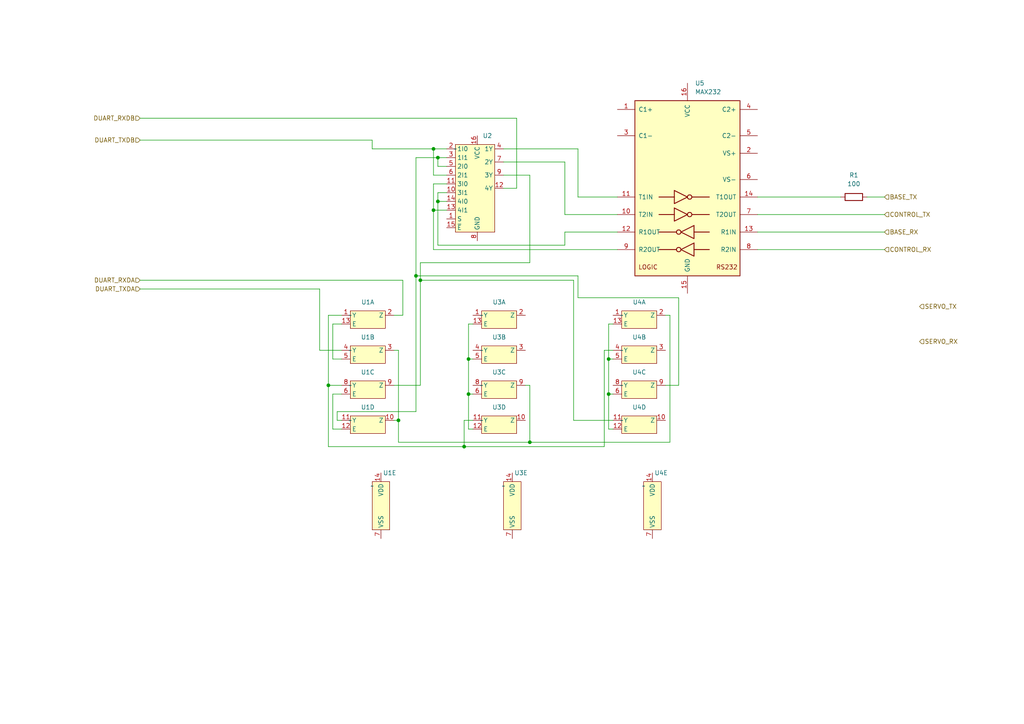
<source format=kicad_sch>
(kicad_sch (version 20231120) (generator "eeschema") (generator_version "8.0")
  (paper "A4")
  (lib_symbols
    (symbol "Device:R" (pin_numbers hide) (pin_names (offset 0))
      (property "Reference" "R" (at 2.032 0 90))
      (property "Value" "R" (at 0 0 90))
      (symbol "R_0_1"
        (rectangle (start -1.016 -2.54) (end 1.016 2.54) (stroke (width 0.254)))
      )
      (symbol "R_1_1"
        (pin passive line (at 0 3.81 270) (length 1.27) (name "~") (number "1"))
        (pin passive line (at 0 -3.81 90) (length 1.27) (name "~") (number "2"))
      )
    )
    (symbol "HEF4066B_1"
      (property "Reference" "U" (at 6.35 -6.35 0))
      (symbol "HEF4066B_1_1_1"
        (rectangle (start 0 1.27) (end 10.16 -3.81) (fill (type background)))
        (pin bidirectional line (at -2.54 0 0) (length 2.54) (name "Y") (number "1"))
        (pin input line (at -2.54 -2.54 0) (length 2.54) (name "E") (number "13"))
        (pin bidirectional line (at 12.7 0 180) (length 2.54) (name "Z") (number "2"))
      )
      (symbol "HEF4066B_1_2_1"
        (rectangle (start 0 1.27) (end 10.16 -3.81) (fill (type background)))
        (pin bidirectional line (at 12.7 0 180) (length 2.54) (name "Z") (number "3"))
        (pin bidirectional line (at -2.54 0 0) (length 2.54) (name "Y") (number "4"))
        (pin input line (at -2.54 -2.54 0) (length 2.54) (name "E") (number "5"))
      )
      (symbol "HEF4066B_1_3_1"
        (rectangle (start 0 1.27) (end 10.16 -3.81) (fill (type background)))
        (pin input line (at -2.54 -2.54 0) (length 2.54) (name "E") (number "6"))
        (pin bidirectional line (at -2.54 0 0) (length 2.54) (name "Y") (number "8"))
        (pin bidirectional line (at 12.7 0 180) (length 2.54) (name "Z") (number "9"))
      )
      (symbol "HEF4066B_1_4_1"
        (rectangle (start 0 1.27) (end 10.16 -3.81) (fill (type background)))
        (pin bidirectional line (at 12.7 0 180) (length 2.54) (name "Z") (number "10"))
        (pin bidirectional line (at -2.54 0 0) (length 2.54) (name "Y") (number "11"))
        (pin input line (at -2.54 -2.54 0) (length 2.54) (name "E") (number "12"))
      )
      (symbol "HEF4066B_1_5_1"
        (rectangle (start 0 1.27) (end 5.08 -12.7) (fill (type background)))
        (pin power_in line (at 2.54 3.81 270) (length 2.54) (name "VDD") (number "14"))
        (pin bidirectional line (at 2.54 -15.24 90) (length 2.54) (name "VSS") (number "7"))
      )
    )
    (symbol "Interface_UART:MAX232" (pin_names (offset 1.016))
      (property "Reference" "U" (at -2.54 28.575 0))
      (property "Value" "MAX232" (at -2.54 26.67 0))
      (symbol "MAX232_0_0"
        (text "LOGIC" (at -11.43 -22.86 0) (effects (font (size 1.27 1.27))))
        (text "RS232" (at 11.43 -22.86 0) (effects (font (size 1.27 1.27))))
      )
      (symbol "MAX232_0_1"
        (rectangle (start -15.24 -25.4) (end 15.24 25.4) (stroke (width 0.254)) (fill (type background)))
        (circle (center -2.54 -17.78) (radius 0.635) (stroke (width 0.254)))
        (circle (center -2.54 -12.7) (radius 0.635) (stroke (width 0.254)))
        (polyline (pts (xy -3.81 -7.62) (xy -8.255 -7.62)) (stroke (width 0.254)))
        (polyline (pts (xy -3.81 -2.54) (xy -8.255 -2.54)) (stroke (width 0.254)))
        (polyline (pts (xy -3.175 -17.78) (xy -8.255 -17.78)) (stroke (width 0.254)))
        (polyline (pts (xy -3.175 -12.7) (xy -8.255 -12.7)) (stroke (width 0.254)))
        (polyline (pts (xy 1.27 -7.62) (xy 6.35 -7.62)) (stroke (width 0.254)))
        (polyline (pts (xy 1.27 -2.54) (xy 6.35 -2.54)) (stroke (width 0.254)))
        (polyline (pts (xy 1.905 -17.78) (xy 6.35 -17.78)) (stroke (width 0.254)))
        (polyline (pts (xy 1.905 -12.7) (xy 6.35 -12.7)) (stroke (width 0.254)))
        (polyline (pts (xy -3.81 -5.715) (xy -3.81 -9.525) (xy 0 -7.62) (xy -3.81 -5.715)) (stroke (width 0.254)))
        (polyline (pts (xy -3.81 -0.635) (xy -3.81 -4.445) (xy 0 -2.54) (xy -3.81 -0.635)) (stroke (width 0.254)))
        (polyline (pts (xy 1.905 -15.875) (xy 1.905 -19.685) (xy -1.905 -17.78) (xy 1.905 -15.875)) (stroke (width 0.254)))
        (polyline (pts (xy 1.905 -10.795) (xy 1.905 -14.605) (xy -1.905 -12.7) (xy 1.905 -10.795)) (stroke (width 0.254)))
        (circle (center 0.635 -7.62) (radius 0.635) (stroke (width 0.254)))
        (circle (center 0.635 -2.54) (radius 0.635) (stroke (width 0.254)))
      )
      (symbol "MAX232_1_1"
        (pin passive line (at -20.32 22.86 0) (length 5.08) (name "C1+") (number "1"))
        (pin input line (at -20.32 -7.62 0) (length 5.08) (name "T2IN") (number "10"))
        (pin input line (at -20.32 -2.54 0) (length 5.08) (name "T1IN") (number "11"))
        (pin output line (at -20.32 -12.7 0) (length 5.08) (name "R1OUT") (number "12"))
        (pin input line (at 20.32 -12.7 180) (length 5.08) (name "R1IN") (number "13"))
        (pin output line (at 20.32 -2.54 180) (length 5.08) (name "T1OUT") (number "14"))
        (pin power_in line (at 0 -30.48 90) (length 5.08) (name "GND") (number "15"))
        (pin power_in line (at 0 30.48 270) (length 5.08) (name "VCC") (number "16"))
        (pin power_out line (at 20.32 10.16 180) (length 5.08) (name "VS+") (number "2"))
        (pin passive line (at -20.32 15.24 0) (length 5.08) (name "C1-") (number "3"))
        (pin passive line (at 20.32 22.86 180) (length 5.08) (name "C2+") (number "4"))
        (pin passive line (at 20.32 15.24 180) (length 5.08) (name "C2-") (number "5"))
        (pin power_out line (at 20.32 2.54 180) (length 5.08) (name "VS-") (number "6"))
        (pin output line (at 20.32 -7.62 180) (length 5.08) (name "T2OUT") (number "7"))
        (pin input line (at 20.32 -17.78 180) (length 5.08) (name "R2IN") (number "8"))
        (pin output line (at -20.32 -17.78 0) (length 5.08) (name "R2OUT") (number "9"))
      )
    )
    (symbol "New_Library:74HC157"
      (property "Reference" "U" (at -1.905 1.905 0))
      (symbol "74HC157_1_1"
        (rectangle (start 0 1.27) (end 11.43 -24.13) (fill (type background)))
        (pin input line (at -2.54 -20.32 0) (length 2.54) (name "S") (number "1"))
        (pin input line (at -2.54 -12.7 0) (length 2.54) (name "3I1") (number "10"))
        (pin input line (at -2.54 -10.16 0) (length 2.54) (name "3I0") (number "11"))
        (pin output line (at 13.97 -11.43 180) (length 2.54) (name "4Y") (number "12"))
        (pin input line (at -2.54 -17.78 0) (length 2.54) (name "4I1") (number "13"))
        (pin input line (at -2.54 -15.24 0) (length 2.54) (name "4I0") (number "14"))
        (pin input line (at -2.54 -22.86 0) (length 2.54) (name "~{E}") (number "15"))
        (pin power_in line (at 6.35 3.81 270) (length 2.54) (name "VCC") (number "16"))
        (pin input line (at -2.54 0 0) (length 2.54) (name "1I0") (number "2"))
        (pin input line (at -2.54 -2.54 0) (length 2.54) (name "1I1") (number "3"))
        (pin output line (at 13.97 0 180) (length 2.54) (name "1Y") (number "4"))
        (pin input line (at -2.54 -5.08 0) (length 2.54) (name "2I0") (number "5"))
        (pin input line (at -2.54 -7.62 0) (length 2.54) (name "2I1") (number "6"))
        (pin output line (at 13.97 -3.81 180) (length 2.54) (name "2Y") (number "7"))
        (pin passive line (at 6.35 -26.67 90) (length 2.54) (name "GND") (number "8"))
        (pin output line (at 13.97 -7.62 180) (length 2.54) (name "3Y") (number "9"))
      )
    )
    (symbol "New_Library:HEF4066B"
      (property "Reference" "U" (at 1.27 2.54 0))
      (symbol "HEF4066B_0_1"
        (rectangle (start 0 1.27) (end 10.16 -3.81) (fill (type background)))
      )
      (symbol "HEF4066B_1_1"
        (pin bidirectional line (at -2.54 0 0) (length 2.54) (name "Y") (number "1"))
        (pin input line (at -2.54 -2.54 0) (length 2.54) (name "E") (number "13"))
        (pin bidirectional line (at 12.7 0 180) (length 2.54) (name "Z") (number "2"))
      )
      (symbol "HEF4066B_2_1"
        (pin bidirectional line (at 12.7 0 180) (length 2.54) (name "Z") (number "3"))
        (pin bidirectional line (at -2.54 0 0) (length 2.54) (name "Y") (number "4"))
        (pin input line (at -2.54 -2.54 0) (length 2.54) (name "E") (number "5"))
      )
      (symbol "HEF4066B_3_1"
        (pin input line (at -2.54 -2.54 0) (length 2.54) (name "E") (number "6"))
        (pin bidirectional line (at -2.54 0 0) (length 2.54) (name "Y") (number "8"))
        (pin bidirectional line (at 12.7 0 180) (length 2.54) (name "Z") (number "9"))
      )
      (symbol "HEF4066B_4_1"
        (pin bidirectional line (at 12.7 0 180) (length 2.54) (name "Z") (number "10"))
        (pin bidirectional line (at -2.54 0 0) (length 2.54) (name "Y") (number "11"))
        (pin input line (at -2.54 -2.54 0) (length 2.54) (name "E") (number "12"))
      )
    )
  )
  (junction (at 127 58.42))
  (junction (at 134.62 129.54))
  (junction (at 115.57 121.92))
  (junction (at 135.89 114.3))
  (junction (at 125.73 60.96))
  (junction (at 176.53 104.14))
  (junction (at 120.65 80.01))
  (junction (at 135.89 104.14))
  (junction (at 127 45.72))
  (junction (at 121.92 81.28))
  (junction (at 176.53 114.3))
  (junction (at 125.73 43.18))
  (junction (at 153.67 128.27))
  (junction (at 95.25 111.76))
  (wire (pts (xy 153.67 111.76) (xy 152.4 111.76)))
  (wire (pts (xy 127 55.88) (xy 127 58.42)))
  (wire (pts (xy 163.83 67.31) (xy 179.07 67.31)))
  (wire (pts (xy 196.85 86.36) (xy 167.64 86.36)))
  (wire (pts (xy 127 45.72) (xy 127 48.26)))
  (wire (pts (xy 114.3 111.76) (xy 121.92 111.76)))
  (wire (pts (xy 176.53 124.46) (xy 176.53 114.3)))
  (wire (pts (xy 177.8 93.98) (xy 176.53 93.98)))
  (wire (pts (xy 120.65 119.38) (xy 97.79 119.38)))
  (wire (pts (xy 137.16 124.46) (xy 135.89 124.46)))
  (wire (pts (xy 135.89 104.14) (xy 137.16 104.14)))
  (wire (pts (xy 125.73 72.39) (xy 179.07 72.39)))
  (wire (pts (xy 115.57 101.6) (xy 115.57 121.92)))
  (wire (pts (xy 176.53 93.98) (xy 176.53 104.14)))
  (wire (pts (xy 175.26 129.54) (xy 134.62 129.54)))
  (wire (pts (xy 176.53 104.14) (xy 177.8 104.14)))
  (wire (pts (xy 107.95 43.18) (xy 125.73 43.18)))
  (wire (pts (xy 99.06 91.44) (xy 95.25 91.44)))
  (wire (pts (xy 129.54 55.88) (xy 127 55.88)))
  (wire (pts (xy 196.85 111.76) (xy 196.85 86.36)))
  (wire (pts (xy 127 58.42) (xy 127 71.12)))
  (wire (pts (xy 115.57 128.27) (xy 153.67 128.27)))
  (wire (pts (xy 120.65 45.72) (xy 120.65 80.01)))
  (wire (pts (xy 40.64 83.82) (xy 92.71 83.82)))
  (wire (pts (xy 40.64 34.29) (xy 149.86 34.29)))
  (wire (pts (xy 219.71 67.31) (xy 256.54 67.31)))
  (wire (pts (xy 193.04 91.44) (xy 194.31 91.44)))
  (wire (pts (xy 120.65 80.01) (xy 120.65 119.38)))
  (wire (pts (xy 177.8 101.6) (xy 175.26 101.6)))
  (wire (pts (xy 95.25 129.54) (xy 134.62 129.54)))
  (wire (pts (xy 163.83 71.12) (xy 163.83 67.31)))
  (wire (pts (xy 125.73 53.34) (xy 125.73 60.96)))
  (wire (pts (xy 149.86 34.29) (xy 149.86 54.61)))
  (wire (pts (xy 125.73 60.96) (xy 125.73 72.39)))
  (wire (pts (xy 129.54 58.42) (xy 127 58.42)))
  (wire (pts (xy 219.71 57.15) (xy 243.84 57.15)))
  (wire (pts (xy 149.86 54.61) (xy 146.05 54.61)))
  (wire (pts (xy 127 45.72) (xy 120.65 45.72)))
  (wire (pts (xy 134.62 121.92) (xy 134.62 129.54)))
  (wire (pts (xy 96.52 104.14) (xy 99.06 104.14)))
  (wire (pts (xy 153.67 50.8) (xy 153.67 76.2)))
  (wire (pts (xy 96.52 124.46) (xy 96.52 114.3)))
  (wire (pts (xy 121.92 81.28) (xy 166.37 81.28)))
  (wire (pts (xy 163.83 62.23) (xy 179.07 62.23)))
  (wire (pts (xy 92.71 101.6) (xy 99.06 101.6)))
  (wire (pts (xy 137.16 114.3) (xy 135.89 114.3)))
  (wire (pts (xy 95.25 111.76) (xy 99.06 111.76)))
  (wire (pts (xy 146.05 46.99) (xy 163.83 46.99)))
  (wire (pts (xy 125.73 43.18) (xy 129.54 43.18)))
  (wire (pts (xy 99.06 93.98) (xy 96.52 93.98)))
  (wire (pts (xy 163.83 46.99) (xy 163.83 62.23)))
  (wire (pts (xy 97.79 121.92) (xy 99.06 121.92)))
  (wire (pts (xy 129.54 60.96) (xy 125.73 60.96)))
  (wire (pts (xy 177.8 121.92) (xy 166.37 121.92)))
  (wire (pts (xy 177.8 124.46) (xy 176.53 124.46)))
  (wire (pts (xy 194.31 128.27) (xy 153.67 128.27)))
  (wire (pts (xy 137.16 93.98) (xy 135.89 93.98)))
  (wire (pts (xy 219.71 72.39) (xy 256.54 72.39)))
  (wire (pts (xy 166.37 121.92) (xy 166.37 81.28)))
  (wire (pts (xy 194.31 91.44) (xy 194.31 128.27)))
  (wire (pts (xy 114.3 101.6) (xy 115.57 101.6)))
  (wire (pts (xy 40.64 81.28) (xy 116.84 81.28)))
  (wire (pts (xy 251.46 57.15) (xy 256.54 57.15)))
  (wire (pts (xy 107.95 40.64) (xy 107.95 43.18)))
  (wire (pts (xy 95.25 129.54) (xy 95.25 111.76)))
  (wire (pts (xy 95.25 91.44) (xy 95.25 111.76)))
  (wire (pts (xy 125.73 43.18) (xy 125.73 50.8)))
  (wire (pts (xy 146.05 43.18) (xy 167.64 43.18)))
  (wire (pts (xy 40.64 40.64) (xy 107.95 40.64)))
  (wire (pts (xy 177.8 114.3) (xy 176.53 114.3)))
  (wire (pts (xy 167.64 80.01) (xy 120.65 80.01)))
  (wire (pts (xy 135.89 104.14) (xy 135.89 114.3)))
  (wire (pts (xy 129.54 45.72) (xy 127 45.72)))
  (wire (pts (xy 115.57 128.27) (xy 115.57 121.92)))
  (wire (pts (xy 121.92 111.76) (xy 121.92 81.28)))
  (wire (pts (xy 135.89 93.98) (xy 135.89 104.14)))
  (wire (pts (xy 92.71 83.82) (xy 92.71 101.6)))
  (wire (pts (xy 176.53 114.3) (xy 176.53 104.14)))
  (wire (pts (xy 193.04 111.76) (xy 196.85 111.76)))
  (wire (pts (xy 129.54 48.26) (xy 127 48.26)))
  (wire (pts (xy 121.92 76.2) (xy 121.92 81.28)))
  (wire (pts (xy 129.54 50.8) (xy 125.73 50.8)))
  (wire (pts (xy 137.16 121.92) (xy 134.62 121.92)))
  (wire (pts (xy 167.64 86.36) (xy 167.64 80.01)))
  (wire (pts (xy 96.52 114.3) (xy 99.06 114.3)))
  (wire (pts (xy 116.84 91.44) (xy 114.3 91.44)))
  (wire (pts (xy 97.79 119.38) (xy 97.79 121.92)))
  (wire (pts (xy 219.71 62.23) (xy 256.54 62.23)))
  (wire (pts (xy 114.3 121.92) (xy 115.57 121.92)))
  (wire (pts (xy 135.89 114.3) (xy 135.89 124.46)))
  (wire (pts (xy 167.64 43.18) (xy 167.64 57.15)))
  (wire (pts (xy 153.67 128.27) (xy 153.67 111.76)))
  (wire (pts (xy 99.06 124.46) (xy 96.52 124.46)))
  (wire (pts (xy 153.67 76.2) (xy 121.92 76.2)))
  (wire (pts (xy 125.73 53.34) (xy 129.54 53.34)))
  (wire (pts (xy 167.64 57.15) (xy 179.07 57.15)))
  (wire (pts (xy 153.67 50.8) (xy 146.05 50.8)))
  (wire (pts (xy 175.26 101.6) (xy 175.26 129.54)))
  (wire (pts (xy 116.84 81.28) (xy 116.84 91.44)))
  (wire (pts (xy 127 71.12) (xy 163.83 71.12)))
  (wire (pts (xy 96.52 93.98) (xy 96.52 104.14)))
  (hierarchical_label "CONTROL_TX" (shape input) (at 256.54 62.23 0))
  (hierarchical_label "BASE_TX" (shape input) (at 256.54 57.15 0))
  (hierarchical_label "DUART_TXDA" (shape input) (at 40.64 83.82 180))
  (hierarchical_label "CONTROL_RX" (shape input) (at 256.54 72.39 0))
  (hierarchical_label "BASE_RX" (shape input) (at 256.54 67.31 0))
  (hierarchical_label "SERVO_TX" (shape input) (at 266.7 88.9 0))
  (hierarchical_label "DUART_RXDB" (shape input) (at 40.64 34.29 180))
  (hierarchical_label "DUART_RXDA" (shape input) (at 40.64 81.28 180))
  (hierarchical_label "SERVO_RX" (shape input) (at 266.7 99.06 0))
  (hierarchical_label "DUART_TXDB" (shape input) (at 40.64 40.64 180))
  (symbol (lib_name "HEF4066B_1") (lib_id "New_Library:HEF4066B") (at 146.05 140.97 0) (unit 5)
    (property "Reference" "U3" (at 151.13 137.16 0))
    (property "Value" "~" (at 146.05 140.97 0))
  )
  (symbol (lib_id "New_Library:HEF4066B") (at 101.6 101.6 0) (unit 2)
    (property "Reference" "U1" (at 106.68 97.79 0))
    (property "Value" "~" (at 101.6 101.6 0))
  )
  (symbol (lib_id "New_Library:HEF4066B") (at 101.6 121.92 0) (unit 4)
    (property "Reference" "U1" (at 106.68 118.11 0))
    (property "Value" "~" (at 101.6 121.92 0))
  )
  (symbol (lib_name "HEF4066B_1") (lib_id "New_Library:HEF4066B") (at 186.69 140.97 0) (unit 5)
    (property "Reference" "U4" (at 191.77 137.16 0))
    (property "Value" "~" (at 186.69 140.97 0))
  )
  (symbol (lib_id "Interface_UART:MAX232") (at 199.39 54.61 0) (unit 1)
    (property "Reference" "U5" (at 201.5841 24.13 0) (effects (justify left)))
    (property "Value" "MAX232" (at 201.5841 26.67 0) (effects (justify left)))
    (property "Datasheet" "http://www.ti.com/lit/ds/symlink/max232.pdf" (effects (hide yes)))
  )
  (symbol (lib_id "New_Library:HEF4066B") (at 139.7 101.6 0) (unit 2)
    (property "Reference" "U3" (at 144.78 97.79 0))
    (property "Value" "~" (at 139.7 101.6 0))
  )
  (symbol (lib_id "New_Library:HEF4066B") (at 101.6 91.44 0) (unit 1)
    (property "Reference" "U1" (at 106.68 87.63 0))
    (property "Value" "~" (at 101.6 91.44 0))
  )
  (symbol (lib_id "New_Library:HEF4066B") (at 180.34 121.92 0) (unit 4)
    (property "Reference" "U4" (at 185.42 118.11 0))
    (property "Value" "~" (at 180.34 121.92 0))
  )
  (symbol (lib_id "New_Library:HEF4066B") (at 139.7 111.76 0) (unit 3)
    (property "Reference" "U3" (at 144.78 107.95 0))
    (property "Value" "~" (at 139.7 111.76 0))
  )
  (symbol (lib_id "New_Library:HEF4066B") (at 180.34 101.6 0) (unit 2)
    (property "Reference" "U4" (at 185.42 97.79 0))
    (property "Value" "~" (at 180.34 101.6 0))
  )
  (symbol (lib_id "New_Library:HEF4066B") (at 139.7 91.44 0) (unit 1)
    (property "Reference" "U3" (at 144.78 87.63 0))
    (property "Value" "~" (at 139.7 91.44 0))
  )
  (symbol (lib_id "New_Library:74HC157") (at 132.08 43.18 0) (unit 1)
    (property "Reference" "U2" (at 139.9891 39.37 0) (effects (justify left)))
    (property "Value" "~" (at 132.08 43.18 0))
  )
  (symbol (lib_id "Device:R") (at 247.65 57.15 90) (unit 1)
    (property "Reference" "R1" (at 247.65 50.8 90))
    (property "Value" "100" (at 247.65 53.34 90))
  )
  (symbol (lib_id "New_Library:HEF4066B") (at 139.7 121.92 0) (unit 4)
    (property "Reference" "U3" (at 144.78 118.11 0))
    (property "Value" "~" (at 139.7 121.92 0))
  )
  (symbol (lib_name "HEF4066B_1") (lib_id "New_Library:HEF4066B") (at 107.95 140.97 0) (unit 5)
    (property "Reference" "U1" (at 113.03 137.16 0))
    (property "Value" "~" (at 107.95 140.97 0))
  )
  (symbol (lib_id "New_Library:HEF4066B") (at 180.34 111.76 0) (unit 3)
    (property "Reference" "U4" (at 185.42 107.95 0))
    (property "Value" "~" (at 180.34 111.76 0))
  )
  (symbol (lib_id "New_Library:HEF4066B") (at 101.6 111.76 0) (unit 3)
    (property "Reference" "U1" (at 106.68 107.95 0))
    (property "Value" "~" (at 101.6 111.76 0))
  )
  (symbol (lib_id "New_Library:HEF4066B") (at 180.34 91.44 0) (unit 1)
    (property "Reference" "U4" (at 185.42 87.63 0))
    (property "Value" "~" (at 180.34 91.44 0))
  )
)
</source>
